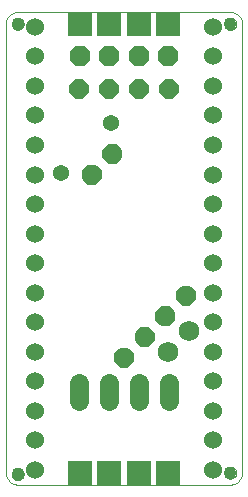
<source format=gts>
G75*
G70*
%OFA0B0*%
%FSLAX24Y24*%
%IPPOS*%
%LPD*%
%AMOC8*
5,1,8,0,0,1.08239X$1,22.5*
%
%ADD10C,0.0000*%
%ADD11C,0.0434*%
%ADD12C,0.0600*%
%ADD13C,0.0640*%
%ADD14OC8,0.0634*%
%ADD15C,0.0540*%
%ADD16C,0.0690*%
%ADD17OC8,0.0670*%
%ADD18R,0.0827X0.0827*%
%ADD19C,0.0134*%
D10*
X000529Y001425D02*
X007615Y001425D01*
X007418Y001819D02*
X007420Y001846D01*
X007426Y001873D01*
X007435Y001899D01*
X007448Y001923D01*
X007464Y001946D01*
X007483Y001965D01*
X007505Y001982D01*
X007529Y001996D01*
X007554Y002006D01*
X007581Y002013D01*
X007608Y002016D01*
X007636Y002015D01*
X007663Y002010D01*
X007689Y002002D01*
X007713Y001990D01*
X007736Y001974D01*
X007757Y001956D01*
X007774Y001935D01*
X007789Y001911D01*
X007800Y001886D01*
X007808Y001860D01*
X007812Y001833D01*
X007812Y001805D01*
X007808Y001778D01*
X007800Y001752D01*
X007789Y001727D01*
X007774Y001703D01*
X007757Y001682D01*
X007736Y001664D01*
X007714Y001648D01*
X007689Y001636D01*
X007663Y001628D01*
X007636Y001623D01*
X007608Y001622D01*
X007581Y001625D01*
X007554Y001632D01*
X007529Y001642D01*
X007505Y001656D01*
X007483Y001673D01*
X007464Y001692D01*
X007448Y001715D01*
X007435Y001739D01*
X007426Y001765D01*
X007420Y001792D01*
X007418Y001819D01*
X007615Y001425D02*
X007654Y001427D01*
X007692Y001433D01*
X007729Y001442D01*
X007766Y001455D01*
X007801Y001472D01*
X007834Y001491D01*
X007865Y001514D01*
X007894Y001540D01*
X007920Y001569D01*
X007943Y001600D01*
X007962Y001633D01*
X007979Y001668D01*
X007992Y001705D01*
X008001Y001742D01*
X008007Y001780D01*
X008009Y001819D01*
X008009Y016780D01*
X007418Y016780D02*
X007420Y016807D01*
X007426Y016834D01*
X007435Y016860D01*
X007448Y016884D01*
X007464Y016907D01*
X007483Y016926D01*
X007505Y016943D01*
X007529Y016957D01*
X007554Y016967D01*
X007581Y016974D01*
X007608Y016977D01*
X007636Y016976D01*
X007663Y016971D01*
X007689Y016963D01*
X007713Y016951D01*
X007736Y016935D01*
X007757Y016917D01*
X007774Y016896D01*
X007789Y016872D01*
X007800Y016847D01*
X007808Y016821D01*
X007812Y016794D01*
X007812Y016766D01*
X007808Y016739D01*
X007800Y016713D01*
X007789Y016688D01*
X007774Y016664D01*
X007757Y016643D01*
X007736Y016625D01*
X007714Y016609D01*
X007689Y016597D01*
X007663Y016589D01*
X007636Y016584D01*
X007608Y016583D01*
X007581Y016586D01*
X007554Y016593D01*
X007529Y016603D01*
X007505Y016617D01*
X007483Y016634D01*
X007464Y016653D01*
X007448Y016676D01*
X007435Y016700D01*
X007426Y016726D01*
X007420Y016753D01*
X007418Y016780D01*
X007615Y017174D02*
X007654Y017172D01*
X007692Y017166D01*
X007729Y017157D01*
X007766Y017144D01*
X007801Y017127D01*
X007834Y017108D01*
X007865Y017085D01*
X007894Y017059D01*
X007920Y017030D01*
X007943Y016999D01*
X007962Y016966D01*
X007979Y016931D01*
X007992Y016894D01*
X008001Y016857D01*
X008007Y016819D01*
X008009Y016780D01*
X007615Y017173D02*
X000529Y017173D01*
X000332Y016780D02*
X000334Y016807D01*
X000340Y016834D01*
X000349Y016860D01*
X000362Y016884D01*
X000378Y016907D01*
X000397Y016926D01*
X000419Y016943D01*
X000443Y016957D01*
X000468Y016967D01*
X000495Y016974D01*
X000522Y016977D01*
X000550Y016976D01*
X000577Y016971D01*
X000603Y016963D01*
X000627Y016951D01*
X000650Y016935D01*
X000671Y016917D01*
X000688Y016896D01*
X000703Y016872D01*
X000714Y016847D01*
X000722Y016821D01*
X000726Y016794D01*
X000726Y016766D01*
X000722Y016739D01*
X000714Y016713D01*
X000703Y016688D01*
X000688Y016664D01*
X000671Y016643D01*
X000650Y016625D01*
X000628Y016609D01*
X000603Y016597D01*
X000577Y016589D01*
X000550Y016584D01*
X000522Y016583D01*
X000495Y016586D01*
X000468Y016593D01*
X000443Y016603D01*
X000419Y016617D01*
X000397Y016634D01*
X000378Y016653D01*
X000362Y016676D01*
X000349Y016700D01*
X000340Y016726D01*
X000334Y016753D01*
X000332Y016780D01*
X000135Y016780D02*
X000137Y016819D01*
X000143Y016857D01*
X000152Y016894D01*
X000165Y016931D01*
X000182Y016966D01*
X000201Y016999D01*
X000224Y017030D01*
X000250Y017059D01*
X000279Y017085D01*
X000310Y017108D01*
X000343Y017127D01*
X000378Y017144D01*
X000415Y017157D01*
X000452Y017166D01*
X000490Y017172D01*
X000529Y017174D01*
X000135Y016780D02*
X000135Y001819D01*
X000137Y001780D01*
X000143Y001742D01*
X000152Y001705D01*
X000165Y001668D01*
X000182Y001633D01*
X000201Y001600D01*
X000224Y001569D01*
X000250Y001540D01*
X000279Y001514D01*
X000310Y001491D01*
X000343Y001472D01*
X000378Y001455D01*
X000415Y001442D01*
X000452Y001433D01*
X000490Y001427D01*
X000529Y001425D01*
X000332Y001770D02*
X000334Y001797D01*
X000340Y001824D01*
X000349Y001850D01*
X000362Y001874D01*
X000378Y001897D01*
X000397Y001916D01*
X000419Y001933D01*
X000443Y001947D01*
X000468Y001957D01*
X000495Y001964D01*
X000522Y001967D01*
X000550Y001966D01*
X000577Y001961D01*
X000603Y001953D01*
X000627Y001941D01*
X000650Y001925D01*
X000671Y001907D01*
X000688Y001886D01*
X000703Y001862D01*
X000714Y001837D01*
X000722Y001811D01*
X000726Y001784D01*
X000726Y001756D01*
X000722Y001729D01*
X000714Y001703D01*
X000703Y001678D01*
X000688Y001654D01*
X000671Y001633D01*
X000650Y001615D01*
X000628Y001599D01*
X000603Y001587D01*
X000577Y001579D01*
X000550Y001574D01*
X000522Y001573D01*
X000495Y001576D01*
X000468Y001583D01*
X000443Y001593D01*
X000419Y001607D01*
X000397Y001624D01*
X000378Y001643D01*
X000362Y001666D01*
X000349Y001690D01*
X000340Y001716D01*
X000334Y001743D01*
X000332Y001770D01*
D11*
X000529Y001770D03*
X000529Y016780D03*
X007615Y016780D03*
X007615Y001819D03*
D12*
X007025Y001917D03*
X007025Y002902D03*
X007025Y003886D03*
X007025Y004870D03*
X007025Y005854D03*
X007025Y006839D03*
X007025Y007823D03*
X007025Y008807D03*
X007025Y009791D03*
X007025Y010776D03*
X007025Y011760D03*
X007025Y012744D03*
X007025Y013728D03*
X007025Y014713D03*
X007025Y015697D03*
X007025Y016681D03*
X001119Y016681D03*
X001119Y015697D03*
X001119Y014713D03*
X001119Y013728D03*
X001119Y012744D03*
X001119Y011760D03*
X001119Y010776D03*
X001119Y009791D03*
X001119Y008807D03*
X001119Y007823D03*
X001119Y006839D03*
X001119Y005854D03*
X001119Y004870D03*
X001119Y003886D03*
X001119Y002902D03*
X001119Y001917D03*
D13*
X002572Y004200D02*
X002572Y004800D01*
X003572Y004800D02*
X003572Y004200D01*
X004572Y004200D02*
X004572Y004800D01*
X005572Y004800D02*
X005572Y004200D01*
D14*
X005572Y014605D03*
X004572Y014605D03*
X003572Y014605D03*
X002572Y014605D03*
D15*
X003628Y013481D03*
X001957Y011811D03*
D16*
X005530Y005836D03*
X006237Y006543D03*
D17*
X005548Y015697D03*
X004564Y015697D03*
X003580Y015697D03*
X002596Y015697D03*
D18*
X002596Y016780D03*
X003580Y016780D03*
X004564Y016780D03*
X005548Y016780D03*
X005548Y001819D03*
X004564Y001819D03*
X003580Y001819D03*
X002596Y001819D03*
D19*
X003872Y005613D02*
X003805Y005546D01*
X003805Y005768D01*
X003961Y005924D01*
X004183Y005924D01*
X004339Y005768D01*
X004339Y005546D01*
X004183Y005390D01*
X003961Y005390D01*
X003805Y005546D01*
X003906Y005588D01*
X003906Y005726D01*
X004003Y005823D01*
X004141Y005823D01*
X004238Y005726D01*
X004238Y005588D01*
X004141Y005491D01*
X004003Y005491D01*
X003906Y005588D01*
X004006Y005629D01*
X004006Y005685D01*
X004044Y005723D01*
X004100Y005723D01*
X004138Y005685D01*
X004138Y005629D01*
X004100Y005591D01*
X004044Y005591D01*
X004006Y005629D01*
X004561Y006302D02*
X004494Y006235D01*
X004494Y006457D01*
X004650Y006613D01*
X004872Y006613D01*
X005028Y006457D01*
X005028Y006235D01*
X004872Y006079D01*
X004650Y006079D01*
X004494Y006235D01*
X004595Y006277D01*
X004595Y006415D01*
X004692Y006512D01*
X004830Y006512D01*
X004927Y006415D01*
X004927Y006277D01*
X004830Y006180D01*
X004692Y006180D01*
X004595Y006277D01*
X004695Y006318D01*
X004695Y006374D01*
X004733Y006412D01*
X004789Y006412D01*
X004827Y006374D01*
X004827Y006318D01*
X004789Y006280D01*
X004733Y006280D01*
X004695Y006318D01*
X005250Y006991D02*
X005183Y006924D01*
X005183Y007146D01*
X005339Y007302D01*
X005561Y007302D01*
X005717Y007146D01*
X005717Y006924D01*
X005561Y006768D01*
X005339Y006768D01*
X005183Y006924D01*
X005284Y006966D01*
X005284Y007104D01*
X005381Y007201D01*
X005519Y007201D01*
X005616Y007104D01*
X005616Y006966D01*
X005519Y006869D01*
X005381Y006869D01*
X005284Y006966D01*
X005384Y007007D01*
X005384Y007063D01*
X005422Y007101D01*
X005478Y007101D01*
X005516Y007063D01*
X005516Y007007D01*
X005478Y006969D01*
X005422Y006969D01*
X005384Y007007D01*
X005939Y007680D02*
X005872Y007613D01*
X005872Y007835D01*
X006028Y007991D01*
X006250Y007991D01*
X006406Y007835D01*
X006406Y007613D01*
X006250Y007457D01*
X006028Y007457D01*
X005872Y007613D01*
X005973Y007655D01*
X005973Y007793D01*
X006070Y007890D01*
X006208Y007890D01*
X006305Y007793D01*
X006305Y007655D01*
X006208Y007558D01*
X006070Y007558D01*
X005973Y007655D01*
X006073Y007696D01*
X006073Y007752D01*
X006111Y007790D01*
X006167Y007790D01*
X006205Y007752D01*
X006205Y007696D01*
X006167Y007658D01*
X006111Y007658D01*
X006073Y007696D01*
X003478Y012405D02*
X003411Y012338D01*
X003411Y012560D01*
X003567Y012716D01*
X003789Y012716D01*
X003945Y012560D01*
X003945Y012338D01*
X003789Y012182D01*
X003567Y012182D01*
X003411Y012338D01*
X003512Y012380D01*
X003512Y012518D01*
X003609Y012615D01*
X003747Y012615D01*
X003844Y012518D01*
X003844Y012380D01*
X003747Y012283D01*
X003609Y012283D01*
X003512Y012380D01*
X003612Y012421D01*
X003612Y012477D01*
X003650Y012515D01*
X003706Y012515D01*
X003744Y012477D01*
X003744Y012421D01*
X003706Y012383D01*
X003650Y012383D01*
X003612Y012421D01*
X002789Y011716D02*
X002722Y011649D01*
X002722Y011871D01*
X002878Y012027D01*
X003100Y012027D01*
X003256Y011871D01*
X003256Y011649D01*
X003100Y011493D01*
X002878Y011493D01*
X002722Y011649D01*
X002823Y011691D01*
X002823Y011829D01*
X002920Y011926D01*
X003058Y011926D01*
X003155Y011829D01*
X003155Y011691D01*
X003058Y011594D01*
X002920Y011594D01*
X002823Y011691D01*
X002923Y011732D01*
X002923Y011788D01*
X002961Y011826D01*
X003017Y011826D01*
X003055Y011788D01*
X003055Y011732D01*
X003017Y011694D01*
X002961Y011694D01*
X002923Y011732D01*
M02*

</source>
